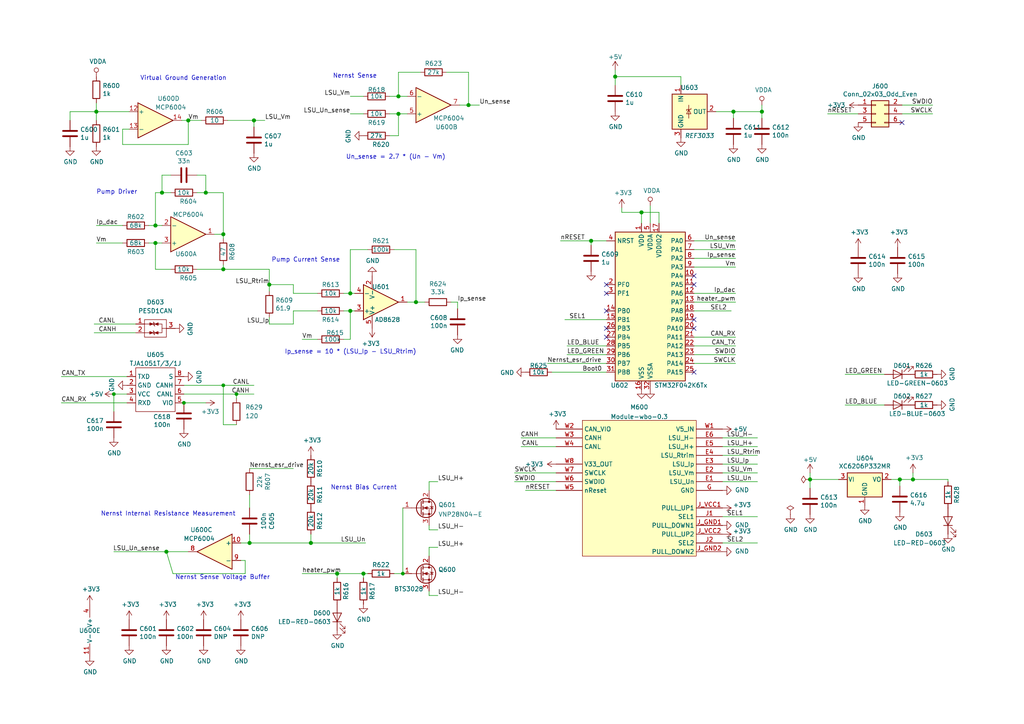
<source format=kicad_sch>
(kicad_sch (version 20211123) (generator eeschema)
  (paper "A4")
  (title_block (title "WBO") (date "2021-09-28") (rev "0.3") (company "rusefi.com"))
  (junction (at 135.89 30.48) (diameter 1.016))
  (junction (at 220.98 32.385) (diameter 1.016))
  (junction (at 171.45 69.85) (diameter 1.016))
  (junction (at 54.61 34.925) (diameter 1.016))
  (junction (at 234.95 139.065) (diameter 1.016))
  (junction (at 115.57 33.02) (diameter 1.016))
  (junction (at 64.77 111.76))
  (junction (at 72.39 157.48) (diameter 1.016))
  (junction (at 90.17 157.48) (diameter 1.016))
  (junction (at 101.6 85.09) (diameter 1.016))
  (junction (at 260.985 139.065) (diameter 1.016))
  (junction (at 116.84 166.37))
  (junction (at 264.795 139.065) (diameter 1.016))
  (junction (at 27.94 32.385) (diameter 1.016))
  (junction (at 33.02 114.3))
  (junction (at 48.26 160.02) (diameter 1.016))
  (junction (at 97.79 166.37) (diameter 1.016))
  (junction (at 178.435 22.225) (diameter 1.016))
  (junction (at 73.66 34.925) (diameter 1.016))
  (junction (at 64.77 78.105) (diameter 1.016))
  (junction (at 115.57 27.94) (diameter 1.016))
  (junction (at 78.105 82.55) (diameter 1.016))
  (junction (at 105.41 166.37) (diameter 1.016))
  (junction (at 101.6 90.17) (diameter 1.016))
  (junction (at 45.085 65.405) (diameter 1.016))
  (junction (at 46.99 55.88) (diameter 1.016))
  (junction (at 59.69 55.88) (diameter 1.016))
  (junction (at 68.58 114.3))
  (junction (at 186.055 61.595) (diameter 1.016))
  (junction (at 212.725 32.385) (diameter 1.016))
  (junction (at 120.65 87.63) (diameter 1.016))
  (junction (at 53.34 116.84))
  (junction (at 45.085 70.485) (diameter 1.016))
  (junction (at 64.77 67.945) (diameter 1.016))
  (no_connect (at 175.895 95.25))
  (no_connect (at 175.895 97.79))
  (no_connect (at 201.295 107.95))
  (no_connect (at 175.895 82.55))
  (no_connect (at 201.295 92.71))
  (no_connect (at 201.295 95.25))
  (no_connect (at 175.895 90.17))
  (no_connect (at 261.62 35.56))
  (no_connect (at 201.295 82.55))
  (no_connect (at 175.895 85.09))
  (no_connect (at 201.295 80.01))
  (wire (pts (xy 64.77 123.19) (xy 64.77 111.76)))
  (wire (pts (xy 73.66 114.3) (xy 68.58 114.3)))
  (wire (pts (xy 113.03 33.02) (xy 115.57 33.02)))
  (wire (pts (xy 87.63 98.425) (xy 92.075 98.425)))
  (wire (pts (xy 191.135 61.595) (xy 191.135 64.77)))
  (wire (pts (xy 213.36 77.47) (xy 201.295 77.47)))
  (wire (pts (xy 220.98 32.385) (xy 220.98 34.29)))
  (wire (pts (xy 27.305 93.98) (xy 39.37 93.98)))
  (wire (pts (xy 124.46 153.67) (xy 127 153.67)))
  (wire (pts (xy 164.465 102.87) (xy 175.895 102.87)))
  (wire (pts (xy 264.795 139.065) (xy 260.985 139.065)))
  (wire (pts (xy 48.26 160.02) (xy 50.165 166.37)))
  (wire (pts (xy 163.83 92.71) (xy 175.895 92.71)))
  (wire (pts (xy 76.835 34.925) (xy 73.66 34.925)))
  (wire (pts (xy 213.36 85.09) (xy 201.295 85.09)))
  (wire (pts (xy 46.99 55.88) (xy 49.53 55.88)))
  (wire (pts (xy 101.6 27.94) (xy 105.41 27.94)))
  (wire (pts (xy 99.695 98.425) (xy 101.6 98.425)))
  (wire (pts (xy 64.77 111.76) (xy 73.66 111.76)))
  (wire (pts (xy 264.795 139.065) (xy 274.955 139.065)))
  (wire (pts (xy 264.795 137.16) (xy 264.795 139.065)))
  (wire (pts (xy 20.32 32.385) (xy 27.94 32.385)))
  (wire (pts (xy 270.51 33.02) (xy 261.62 33.02)))
  (wire (pts (xy 45.085 65.405) (xy 46.99 65.405)))
  (wire (pts (xy 139.065 30.48) (xy 135.89 30.48)))
  (wire (pts (xy 85.09 82.55) (xy 85.09 85.09)))
  (wire (pts (xy 171.45 69.85) (xy 162.56 69.85)))
  (wire (pts (xy 35.56 41.91) (xy 54.61 41.91)))
  (wire (pts (xy 68.58 114.3) (xy 68.58 115.57)))
  (wire (pts (xy 64.77 78.105) (xy 78.105 78.105)))
  (wire (pts (xy 72.39 157.48) (xy 90.17 157.48)))
  (wire (pts (xy 99.695 85.09) (xy 101.6 85.09)))
  (wire (pts (xy 20.32 34.925) (xy 20.32 32.385)))
  (wire (pts (xy 209.55 139.7) (xy 219.71 139.7)))
  (wire (pts (xy 72.39 147.32) (xy 72.39 143.51)))
  (wire (pts (xy 78.105 82.55) (xy 85.09 82.55)))
  (wire (pts (xy 33.02 114.3) (xy 33.02 119.38)))
  (wire (pts (xy 124.46 152.4) (xy 124.46 153.67)))
  (wire (pts (xy 180.34 61.595) (xy 180.34 60.325)))
  (wire (pts (xy 106.68 72.39) (xy 101.6 72.39)))
  (wire (pts (xy 114.3 72.39) (xy 120.65 72.39)))
  (wire (pts (xy 85.09 135.89) (xy 72.39 135.89)))
  (wire (pts (xy 220.98 30.48) (xy 220.98 32.385)))
  (wire (pts (xy 49.53 50.8) (xy 46.99 50.8)))
  (wire (pts (xy 17.78 116.84) (xy 36.83 116.84)))
  (wire (pts (xy 64.77 55.88) (xy 64.77 67.945)))
  (wire (pts (xy 78.105 84.455) (xy 78.105 82.55)))
  (wire (pts (xy 180.34 61.595) (xy 186.055 61.595)))
  (wire (pts (xy 64.77 78.105) (xy 64.77 76.835)))
  (wire (pts (xy 27.94 29.845) (xy 27.94 32.385)))
  (wire (pts (xy 90.17 154.94) (xy 90.17 157.48)))
  (wire (pts (xy 245.11 108.585) (xy 256.54 108.585)))
  (wire (pts (xy 106.68 166.37) (xy 105.41 166.37)))
  (wire (pts (xy 116.84 166.37) (xy 114.3 166.37)))
  (wire (pts (xy 69.85 157.48) (xy 72.39 157.48)))
  (wire (pts (xy 240.03 33.02) (xy 248.92 33.02)))
  (wire (pts (xy 124.46 171.45) (xy 124.46 172.72)))
  (wire (pts (xy 124.46 172.72) (xy 127 172.72)))
  (wire (pts (xy 68.58 123.19) (xy 64.77 123.19)))
  (wire (pts (xy 99.695 90.17) (xy 101.6 90.17)))
  (wire (pts (xy 64.77 69.215) (xy 64.77 67.945)))
  (wire (pts (xy 213.36 97.79) (xy 201.295 97.79)))
  (wire (pts (xy 59.69 55.88) (xy 64.77 55.88)))
  (wire (pts (xy 209.55 127) (xy 219.71 127)))
  (wire (pts (xy 73.66 36.83) (xy 73.66 34.925)))
  (wire (pts (xy 50.165 166.37) (xy 71.12 166.37)))
  (wire (pts (xy 116.84 147.32) (xy 116.84 166.37)))
  (wire (pts (xy 33.02 114.3) (xy 36.83 114.3)))
  (wire (pts (xy 243.205 139.065) (xy 234.95 139.065)))
  (wire (pts (xy 201.295 102.87) (xy 213.36 102.87)))
  (wire (pts (xy 261.62 30.48) (xy 270.51 30.48)))
  (wire (pts (xy 135.89 20.955) (xy 135.89 30.48)))
  (wire (pts (xy 57.15 55.88) (xy 59.69 55.88)))
  (wire (pts (xy 245.11 117.475) (xy 256.54 117.475)))
  (wire (pts (xy 120.65 87.63) (xy 123.19 87.63)))
  (wire (pts (xy 115.57 39.37) (xy 113.03 39.37)))
  (wire (pts (xy 64.77 67.945) (xy 62.23 67.945)))
  (wire (pts (xy 132.715 87.63) (xy 130.81 87.63)))
  (wire (pts (xy 54.61 41.91) (xy 54.61 34.925)))
  (wire (pts (xy 209.55 149.86) (xy 219.71 149.86)))
  (wire (pts (xy 59.69 116.84) (xy 53.34 116.84)))
  (wire (pts (xy 45.085 55.88) (xy 46.99 55.88)))
  (wire (pts (xy 71.12 166.37) (xy 71.12 162.56)))
  (wire (pts (xy 115.57 33.02) (xy 118.11 33.02)))
  (wire (pts (xy 27.305 96.52) (xy 39.37 96.52)))
  (wire (pts (xy 46.99 50.8) (xy 46.99 55.88)))
  (wire (pts (xy 209.55 132.08) (xy 219.71 132.08)))
  (wire (pts (xy 197.485 22.225) (xy 178.435 22.225)))
  (wire (pts (xy 105.41 166.37) (xy 105.41 167.64)))
  (wire (pts (xy 54.61 34.925) (xy 52.705 34.925)))
  (wire (pts (xy 118.11 27.94) (xy 115.57 27.94)))
  (wire (pts (xy 186.055 64.77) (xy 186.055 61.595)))
  (wire (pts (xy 45.085 78.105) (xy 45.085 70.485)))
  (wire (pts (xy 101.6 90.17) (xy 101.6 98.425)))
  (wire (pts (xy 45.085 55.88) (xy 45.085 65.405)))
  (wire (pts (xy 27.94 70.485) (xy 35.56 70.485)))
  (wire (pts (xy 27.94 65.405) (xy 35.56 65.405)))
  (wire (pts (xy 161.29 139.7) (xy 149.225 139.7)))
  (wire (pts (xy 37.465 37.465) (xy 35.56 37.465)))
  (wire (pts (xy 72.39 157.48) (xy 72.39 154.94)))
  (wire (pts (xy 213.36 72.39) (xy 201.295 72.39)))
  (wire (pts (xy 207.645 32.385) (xy 212.725 32.385)))
  (wire (pts (xy 209.55 134.62) (xy 219.71 134.62)))
  (wire (pts (xy 178.435 24.765) (xy 178.435 22.225)))
  (wire (pts (xy 27.94 32.385) (xy 37.465 32.385)))
  (wire (pts (xy 178.435 22.225) (xy 178.435 20.32)))
  (wire (pts (xy 124.46 139.7) (xy 127 139.7)))
  (wire (pts (xy 78.105 78.105) (xy 78.105 82.55)))
  (wire (pts (xy 97.79 167.64) (xy 97.79 166.37)))
  (wire (pts (xy 149.225 137.16) (xy 161.29 137.16)))
  (wire (pts (xy 53.34 111.76) (xy 64.77 111.76)))
  (wire (pts (xy 234.95 137.16) (xy 234.95 139.065)))
  (wire (pts (xy 120.65 87.63) (xy 118.11 87.63)))
  (wire (pts (xy 73.66 34.925) (xy 66.04 34.925)))
  (wire (pts (xy 161.29 129.54) (xy 151.13 129.54)))
  (wire (pts (xy 92.075 90.17) (xy 85.09 90.17)))
  (wire (pts (xy 160.02 107.95) (xy 175.895 107.95)))
  (wire (pts (xy 201.295 90.17) (xy 212.09 90.17)))
  (wire (pts (xy 186.055 61.595) (xy 191.135 61.595)))
  (wire (pts (xy 27.94 32.385) (xy 27.94 34.925)))
  (wire (pts (xy 17.78 109.22) (xy 36.83 109.22)))
  (wire (pts (xy 201.295 74.93) (xy 213.36 74.93)))
  (wire (pts (xy 85.09 93.98) (xy 78.105 93.98)))
  (wire (pts (xy 120.65 72.39) (xy 120.65 87.63)))
  (wire (pts (xy 101.6 33.02) (xy 105.41 33.02)))
  (wire (pts (xy 35.56 37.465) (xy 35.56 41.91)))
  (wire (pts (xy 161.29 127) (xy 151.13 127)))
  (wire (pts (xy 85.09 90.17) (xy 85.09 93.98)))
  (wire (pts (xy 209.55 137.16) (xy 219.71 137.16)))
  (wire (pts (xy 33.02 160.02) (xy 48.26 160.02)))
  (wire (pts (xy 171.45 71.12) (xy 171.45 69.85)))
  (wire (pts (xy 53.34 114.3) (xy 68.58 114.3)))
  (wire (pts (xy 57.15 50.8) (xy 59.69 50.8)))
  (wire (pts (xy 124.46 142.24) (xy 124.46 139.7)))
  (wire (pts (xy 132.715 89.535) (xy 132.715 87.63)))
  (wire (pts (xy 209.55 157.48) (xy 219.71 157.48)))
  (wire (pts (xy 71.12 162.56) (xy 69.85 162.56)))
  (wire (pts (xy 129.54 20.955) (xy 135.89 20.955)))
  (wire (pts (xy 152.4 142.24) (xy 161.29 142.24)))
  (wire (pts (xy 188.595 64.77) (xy 188.595 59.69)))
  (wire (pts (xy 158.75 105.41) (xy 175.895 105.41)))
  (wire (pts (xy 175.895 69.85) (xy 171.45 69.85)))
  (wire (pts (xy 212.725 32.385) (xy 212.725 34.29)))
  (wire (pts (xy 213.36 105.41) (xy 201.295 105.41)))
  (wire (pts (xy 115.57 39.37) (xy 115.57 33.02)))
  (wire (pts (xy 49.53 78.105) (xy 45.085 78.105)))
  (wire (pts (xy 115.57 20.955) (xy 121.92 20.955)))
  (wire (pts (xy 87.63 166.37) (xy 97.79 166.37)))
  (wire (pts (xy 115.57 27.94) (xy 113.03 27.94)))
  (wire (pts (xy 85.09 85.09) (xy 92.075 85.09)))
  (wire (pts (xy 197.485 24.765) (xy 197.485 22.225)))
  (wire (pts (xy 58.42 34.925) (xy 54.61 34.925)))
  (wire (pts (xy 101.6 85.09) (xy 102.87 85.09)))
  (wire (pts (xy 101.6 90.17) (xy 102.87 90.17)))
  (wire (pts (xy 101.6 72.39) (xy 101.6 85.09)))
  (wire (pts (xy 201.295 100.33) (xy 213.36 100.33)))
  (wire (pts (xy 78.105 92.075) (xy 78.105 93.98)))
  (wire (pts (xy 164.465 100.33) (xy 175.895 100.33)))
  (wire (pts (xy 90.17 157.48) (xy 106.045 157.48)))
  (wire (pts (xy 124.46 158.75) (xy 127 158.75)))
  (wire (pts (xy 124.46 161.29) (xy 124.46 158.75)))
  (wire (pts (xy 135.89 30.48) (xy 133.35 30.48)))
  (wire (pts (xy 201.295 69.85) (xy 213.36 69.85)))
  (wire (pts (xy 234.95 139.065) (xy 234.95 141.605)))
  (wire (pts (xy 45.085 70.485) (xy 46.99 70.485)))
  (wire (pts (xy 213.36 87.63) (xy 201.295 87.63)))
  (wire (pts (xy 43.18 65.405) (xy 45.085 65.405)))
  (wire (pts (xy 59.69 50.8) (xy 59.69 55.88)))
  (wire (pts (xy 209.55 129.54) (xy 219.71 129.54)))
  (wire (pts (xy 260.985 140.97) (xy 260.985 139.065)))
  (wire (pts (xy 212.725 32.385) (xy 220.98 32.385)))
  (wire (pts (xy 57.15 78.105) (xy 64.77 78.105)))
  (wire (pts (xy 274.955 139.065) (xy 274.955 139.7)))
  (wire (pts (xy 97.79 166.37) (xy 105.41 166.37)))
  (wire (pts (xy 43.18 70.485) (xy 45.085 70.485)))
  (wire (pts (xy 48.26 160.02) (xy 54.61 160.02)))
  (wire (pts (xy 115.57 27.94) (xy 115.57 20.955)))
  (wire (pts (xy 260.985 139.065) (xy 258.445 139.065)))
  (text "Nernst Sense" (at 96.52 22.86 0) (effects (font (size 1.27 1.27)) (justify left bottom)))
  (text "Pump Driver" (at 27.94 56.515 0) (effects (font (size 1.27 1.27)) (justify left bottom)))
  (text "Virtual Ground Generation" (at 40.64 23.495 0) (effects (font (size 1.27 1.27)) (justify left bottom)))
  (text "Nernst Internal Resistance Measurement" (at 29.21 149.86 0) (effects (font (size 1.27 1.27)) (justify left bottom)))
  (text "Nernst Bias Current" (at 95.885 142.24 0) (effects (font (size 1.27 1.27)) (justify left bottom)))
  (text "Nernst Sense Voltage Buffer" (at 50.8 168.275 0) (effects (font (size 1.27 1.27)) (justify left bottom)))
  (text "Un_sense = 2.7 * (Un - Vm)" (at 100.33 46.355 0) (effects (font (size 1.27 1.27)) (justify left bottom)))
  (text "Pump Current Sense" (at 78.74 76.2 0) (effects (font (size 1.27 1.27)) (justify left bottom)))
  (text "Ip_sense = 10 * (LSU_Ip - LSU_Rtrim)" (at 82.55 102.87 0) (effects (font (size 1.27 1.27)) (justify left bottom)))
  (label "LSU_H-" (at 127 153.67 0))
  (label "Nernst_esr_drive" (at 158.75 105.41 0))
  (label "LSU_Vm" (at 210.82 137.16 0))
  (label "LSU_Vm" (at 213.36 72.39 180))
  (label "LSU_Un" (at 210.82 139.7 0))
  (label "LSU_Vm" (at 101.6 27.94 180))
  (label "Vm" (at 27.94 70.485 0))
  (label "LSU_Ip" (at 78.105 93.98 180))
  (label "SWDIO" (at 149.225 139.7 0))
  (label "CANH" (at 72.39 114.3 180))
  (label "heater_pwm" (at 213.36 87.63 180))
  (label "LSU_Rtrim" (at 210.82 132.08 0))
  (label "Vm" (at 54.61 34.925 0))
  (label "LSU_H-" (at 210.82 127 0))
  (label "LSU_Un" (at 106.045 157.48 180))
  (label "LED_GREEN" (at 245.11 108.585 0))
  (label "nRESET" (at 162.56 69.85 0))
  (label "Vm" (at 87.63 98.425 0))
  (label "Nernst_esr_drive" (at 72.39 135.89 0))
  (label "nRESET" (at 240.03 33.02 0))
  (label "nRESET" (at 152.4 142.24 0))
  (label "LSU_Un_sense" (at 101.6 33.02 180))
  (label "LED_BLUE" (at 164.465 100.33 0))
  (label "Boot0" (at 168.91 107.95 0))
  (label "LSU_Vm" (at 76.835 34.925 0))
  (label "Vm" (at 213.36 77.47 180))
  (label "CAN_TX" (at 213.36 100.33 180))
  (label "Un_sense" (at 139.065 30.48 0))
  (label "LSU_Rtrim" (at 78.105 82.55 180))
  (label "Un_sense" (at 213.36 69.85 180))
  (label "CANH" (at 28.575 96.52 0))
  (label "Ip_sense" (at 132.715 87.63 0))
  (label "LSU_Ip" (at 210.82 134.62 0))
  (label "SWCLK" (at 149.225 137.16 0))
  (label "CANL" (at 28.575 93.98 0))
  (label "Ip_dac" (at 213.36 85.09 180))
  (label "Ip_sense" (at 213.36 74.93 180))
  (label "LED_BLUE" (at 245.11 117.475 0))
  (label "CAN_TX" (at 17.78 109.22 0))
  (label "SWDIO" (at 213.36 102.87 180))
  (label "Ip_dac" (at 27.94 65.405 0))
  (label "LSU_Un_sense" (at 46.355 160.02 180))
  (label "SWCLK" (at 213.36 105.41 180))
  (label "SEL1" (at 165.1 92.71 0))
  (label "LSU_H+" (at 210.82 129.54 0))
  (label "SEL1" (at 210.82 149.86 0))
  (label "heater_pwm" (at 87.63 166.37 0))
  (label "SWDIO" (at 270.51 30.48 180))
  (label "CANH" (at 156.21 127 180))
  (label "CANL" (at 72.39 111.76 180))
  (label "CAN_RX" (at 17.78 116.84 0))
  (label "CANL" (at 156.21 129.54 180))
  (label "CAN_RX" (at 213.36 97.79 180))
  (label "SEL2" (at 210.82 157.48 0))
  (label "LSU_H-" (at 127 172.72 0))
  (label "SWCLK" (at 270.51 33.02 180))
  (label "LSU_H+" (at 127 158.75 0))
  (label "LSU_H+" (at 127 139.7 0))
  (label "LED_GREEN" (at 164.465 102.87 0))
  (label "SEL2" (at 210.82 90.17 180))
  (symbol (lib_id "hellen1-wbo-rescue:R-Device") (at 109.22 33.02 90) (unit 1)
    (property "Reference" "R619" (at 109.22 35.56 90))
    (property "Value" "10k" (at 109.22 33.02 90))
    (property "Footprint" "Resistor_SMD:R_0402_1005Metric" (effects hide))
    (property "LCSC" "C25744" (effects hide))
  )
  (symbol (lib_id "hellen1-wbo-rescue:R-Device") (at 109.22 27.94 90) (unit 1)
    (property "Reference" "R618" (at 109.22 26.035 90))
    (property "Value" "10k" (at 109.22 27.94 90))
    (property "Footprint" "Resistor_SMD:R_0402_1005Metric" (effects hide))
    (property "LCSC" "C25744" (effects hide))
  )
  (symbol (lib_id "hellen1-wbo-rescue:R-Device") (at 125.73 20.955 90) (unit 1)
    (property "Reference" "R623" (at 125.73 18.415 90))
    (property "Value" "27k" (at 125.73 20.955 90))
    (property "Footprint" "Resistor_SMD:R_0402_1005Metric" (effects hide))
    (property "LCSC" "C25771" (effects hide))
  )
  (symbol (lib_id "hellen1-wbo-rescue:R-Device") (at 109.22 39.37 270) (unit 1)
    (property "Reference" "R620" (at 107.95 41.91 90) (effects (justify left)))
    (property "Value" "27k" (at 107.315 39.37 90) (effects (justify left)))
    (property "Footprint" "Resistor_SMD:R_0402_1005Metric" (effects hide))
    (property "LCSC" "C25771" (effects hide))
  )
  (symbol (lib_id "hellen1-wbo-rescue:GND-power") (at 105.41 39.37 270) (unit 1)
    (property "Reference" "#PWR0616" (effects hide))
    (property "Value" "GND" (at 101.0158 39.497 0))
  )
  (symbol (lib_id "hellen1-wbo-rescue:R-Device") (at 78.105 88.265 0) (unit 1)
    (property "Reference" "R609" (at 79.883 87.0966 0) (effects (justify left)))
    (property "Value" "61.9" (at 79.883 89.408 0) (effects (justify left)))
    (property "Footprint" "Resistor_SMD:R_0603_1608Metric" (effects hide))
    (property "LCSC" "C23092" (effects hide))
  )
  (symbol (lib_id "hellen1-wbo-rescue:R-Device") (at 27.94 26.035 0) (unit 1)
    (property "Reference" "R600" (at 29.718 24.8666 0) (effects (justify left)))
    (property "Value" "1k" (at 29.718 27.178 0) (effects (justify left)))
    (property "Footprint" "Resistor_SMD:R_0402_1005Metric" (effects hide))
    (property "LCSC" "C11702" (effects hide))
  )
  (symbol (lib_id "hellen1-wbo-rescue:R-Device") (at 27.94 38.735 0) (unit 1)
    (property "Reference" "R601" (at 29.718 37.5666 0) (effects (justify left)))
    (property "Value" "1k" (at 29.718 39.878 0) (effects (justify left)))
    (property "Footprint" "Resistor_SMD:R_0402_1005Metric" (effects hide))
    (property "LCSC" "C11702" (effects hide))
  )
  (symbol (lib_id "hellen1-wbo-rescue:GND-power") (at 27.94 42.545 0) (unit 1)
    (property "Reference" "#PWR0604" (effects hide))
    (property "Value" "GND" (at 28.067 46.9392 0))
  )
  (symbol (lib_id "hellen1-wbo-rescue:C-Device") (at 20.32 38.735 0) (unit 1)
    (property "Reference" "C600" (at 23.241 37.5666 0) (effects (justify left)))
    (property "Value" "1u" (at 23.241 39.878 0) (effects (justify left)))
    (property "Footprint" "Capacitor_SMD:C_0402_1005Metric" (effects hide))
    (property "LCSC" "C52923" (effects hide))
  )
  (symbol (lib_id "hellen1-wbo-rescue:GND-power") (at 20.32 42.545 0) (unit 1)
    (property "Reference" "#PWR0600" (effects hide))
    (property "Value" "GND" (at 20.447 46.9392 0))
  )
  (symbol (lib_id "hellen1-wbo-rescue:C-Device") (at 72.39 151.13 180) (unit 1)
    (property "Reference" "C605" (at 78.7908 151.13 90))
    (property "Value" "100n" (at 76.4794 151.13 90))
    (property "Footprint" "Capacitor_SMD:C_0402_1005Metric" (effects hide))
    (property "LCSC" "C1525" (effects hide))
  )
  (symbol (lib_id "hellen1-wbo-rescue:R-Device") (at 72.39 139.7 180) (unit 1)
    (property "Reference" "R607" (at 77.6478 139.7 90))
    (property "Value" "22k" (at 75.3364 139.7 90))
    (property "Footprint" "Resistor_SMD:R_0402_1005Metric" (effects hide))
    (property "LCSC" "C25768" (effects hide))
  )
  (symbol (lib_id "hellen1-wbo-rescue:R-Device") (at 95.885 85.09 270) (unit 1)
    (property "Reference" "R613" (at 95.885 82.55 90))
    (property "Value" "10k" (at 95.885 85.09 90))
    (property "Footprint" "Resistor_SMD:R_0402_1005Metric" (effects hide))
    (property "LCSC" "C25744" (effects hide))
  )
  (symbol (lib_id "hellen1-wbo-rescue:R-Device") (at 95.885 90.17 270) (unit 1)
    (property "Reference" "R614" (at 95.885 92.71 90))
    (property "Value" "10k" (at 95.885 90.17 90))
    (property "Footprint" "Resistor_SMD:R_0402_1005Metric" (effects hide))
    (property "LCSC" "C25744" (effects hide))
  )
  (symbol (lib_id "hellen1-wbo-rescue:R-Device") (at 95.885 98.425 270) (unit 1)
    (property "Reference" "R615" (at 94.615 96.52 90) (effects (justify left)))
    (property "Value" "100k" (at 93.98 98.425 90) (effects (justify left)))
    (property "Footprint" "Resistor_SMD:R_0402_1005Metric" (effects hide))
    (property "LCSC" "C25741" (effects hide))
  )
  (symbol (lib_id "hellen1-wbo-rescue:R-Device") (at 62.23 34.925 270) (unit 1)
    (property "Reference" "R606" (at 62.23 32.385 90))
    (property "Value" "10" (at 62.23 34.925 90))
    (property "Footprint" "Resistor_SMD:R_0402_1005Metric" (effects hide))
    (property "LCSC" "C25077" (effects hide))
  )
  (symbol (lib_id "hellen1-wbo-rescue:R-Device") (at 110.49 72.39 270) (unit 1)
    (property "Reference" "R621" (at 110.49 69.85 90))
    (property "Value" "100k" (at 110.49 72.39 90))
    (property "Footprint" "Resistor_SMD:R_0402_1005Metric" (effects hide))
    (property "LCSC" "C25741" (effects hide))
  )
  (symbol (lib_id "hellen1-wbo-rescue:R-Device") (at 64.77 73.025 180) (unit 1)
    (property "Reference" "R608" (at 67.31 73.025 90))
    (property "Value" "47" (at 64.77 73.025 90))
    (property "Footprint" "Resistor_SMD:R_0402_1005Metric" (effects hide))
    (property "LCSC" "C25118" (effects hide))
  )
  (symbol (lib_id "hellen1-wbo-rescue:C-Device") (at 73.66 40.64 0) (unit 1)
    (property "Reference" "C607" (at 76.581 39.4716 0) (effects (justify left)))
    (property "Value" "1u" (at 76.581 41.783 0) (effects (justify left)))
    (property "Footprint" "Capacitor_SMD:C_0402_1005Metric" (effects hide))
    (property "LCSC" "C52923" (effects hide))
  )
  (symbol (lib_id "hellen1-wbo-rescue:GND-power") (at 73.66 44.45 0) (unit 1)
    (property "Reference" "#PWR0613" (effects hide))
    (property "Value" "GND" (at 73.787 48.8442 0))
  )
  (symbol (lib_id "hellen1-wbo-rescue:C-Device") (at 234.95 145.415 0) (unit 1)
    (property "Reference" "C613" (at 237.871 144.2466 0) (effects (justify left)))
    (property "Value" "100n" (at 237.871 146.558 0) (effects (justify left)))
    (property "Footprint" "Capacitor_SMD:C_0402_1005Metric" (effects hide))
    (property "LCSC" "C1525" (effects hide))
  )
  (symbol (lib_id "hellen1-wbo-rescue:GND-power") (at 234.95 149.225 0) (unit 1)
    (property "Reference" "#PWR0637" (effects hide))
    (property "Value" "GND" (at 235.077 153.6192 0))
  )
  (symbol (lib_id "hellen1-wbo-rescue:+5V-power") (at 234.95 137.16 0) (unit 1)
    (property "Reference" "#PWR0636" (effects hide))
    (property "Value" "+5V" (at 234.95 133.35 0))
  )
  (symbol (lib_id "hellen1-wbo-rescue:XC6206PxxxMR-Regulator_Linear") (at 250.825 139.065 0) (unit 1)
    (property "Reference" "U604" (at 250.825 132.9182 0))
    (property "Value" "XC6206P332MR" (at 250.825 135.2296 0))
    (property "Footprint" "Package_TO_SOT_SMD:SOT-23" (effects hide))
    (property "Datasheet" "https://www.torexsemi.com/file/xc6206/XC6206.pdf" (effects hide))
    (property "LCSC" "C5446" (effects hide))
  )
  (symbol (lib_id "hellen1-wbo-rescue:GND-power") (at 250.825 146.685 0) (unit 1)
    (property "Reference" "#PWR0642" (effects hide))
    (property "Value" "GND" (at 250.952 151.0792 0))
  )
  (symbol (lib_id "hellen1-wbo-rescue:C-Device") (at 260.985 144.78 0) (unit 1)
    (property "Reference" "C616" (at 263.906 143.6116 0) (effects (justify left)))
    (property "Value" "4.7u" (at 263.906 145.923 0) (effects (justify left)))
    (property "Footprint" "Capacitor_SMD:C_0603_1608Metric" (effects hide))
    (property "LCSC" "C19666" (effects hide))
  )
  (symbol (lib_id "hellen1-wbo-rescue:GND-power") (at 260.985 148.59 0) (unit 1)
    (property "Reference" "#PWR0645" (effects hide))
    (property "Value" "GND" (at 261.112 152.9842 0))
  )
  (symbol (lib_id "hellen1-wbo-rescue:+3.3V-power") (at 264.795 137.16 0) (unit 1)
    (property "Reference" "#PWR0646" (effects hide))
    (property "Value" "+3.3V" (at 265.176 132.7658 0))
  )
  (symbol (lib_id "hellen1-wbo-rescue:R-Device") (at 90.17 151.13 180) (unit 1)
    (property "Reference" "R612" (at 92.71 151.13 90))
    (property "Value" "20k" (at 90.17 151.13 90))
    (property "Footprint" "Resistor_SMD:R_0402_1005Metric" (effects hide))
    (property "LCSC" "C25765" (effects hide))
  )
  (symbol (lib_id "hellen1-wbo-rescue:R-Device") (at 53.34 55.88 270) (unit 1)
    (property "Reference" "R604" (at 52.07 58.42 90) (effects (justify left)))
    (property "Value" "10k" (at 51.435 55.88 90) (effects (justify left)))
    (property "Footprint" "Resistor_SMD:R_0402_1005Metric" (effects hide))
    (property "LCSC" "C25744" (effects hide))
  )
  (symbol (lib_id "hellen1-wbo-rescue:R-Device") (at 53.34 78.105 270) (unit 1)
    (property "Reference" "R605" (at 52.07 80.645 90) (effects (justify left)))
    (property "Value" "10k" (at 51.435 78.105 90) (effects (justify left)))
    (property "Footprint" "Resistor_SMD:R_0402_1005Metric" (effects hide))
    (property "LCSC" "C25744" (effects hide))
  )
  (symbol (lib_id "hellen1-wbo-rescue:R-Device") (at 39.37 70.485 270) (unit 1)
    (property "Reference" "R603" (at 39.37 73.025 90))
    (property "Value" "68k" (at 39.37 70.485 90))
    (property "Footprint" "Resistor_SMD:R_0402_1005Metric" (effects hide))
    (property "LCSC" "C36871" (effects hide))
  )
  (symbol (lib_id "hellen1-wbo-rescue:R-Device") (at 39.37 65.405 90) (unit 1)
    (property "Reference" "R602" (at 39.37 62.865 90))
    (property "Value" "68k" (at 39.37 65.405 90))
    (property "Footprint" "Resistor_SMD:R_0402_1005Metric" (effects hide))
    (property "LCSC" "C36871" (effects hide))
  )
  (symbol (lib_id "hellen1-wbo-rescue:MCP6004-Amplifier_Operational") (at 125.73 30.48 0) (mirror x) (unit 2)
    (property "Reference" "U600" (at 129.54 36.83 0))
    (property "Value" "MCP6004" (at 130.175 34.29 0))
    (property "Footprint" "Package_SO:TSSOP-14_4.4x5mm_P0.65mm" (effects hide))
    (property "Datasheet" "http://ww1.microchip.com/downloads/en/DeviceDoc/21733j.pdf" (effects hide))
    (property "LCSC" "C50282" (effects hide))
  )
  (symbol (lib_id "hellen1-wbo-rescue:MCP6004-Amplifier_Operational") (at 54.61 67.945 0) (mirror x) (unit 1)
    (property "Reference" "U600" (at 53.975 73.66 0))
    (property "Value" "MCP6004" (at 54.61 62.23 0))
    (property "Footprint" "Package_SO:TSSOP-14_4.4x5mm_P0.65mm" (effects hide))
    (property "Datasheet" "http://ww1.microchip.com/downloads/en/DeviceDoc/21733j.pdf" (effects hide))
    (property "LCSC" "C50282" (effects hide))
  )
  (symbol (lib_id "hellen1-wbo-rescue:MCP6004-Amplifier_Operational") (at 62.23 160.02 0) (mirror y) (unit 3)
    (property "Reference" "U600" (at 58.42 153.67 0))
    (property "Value" "MCP6004" (at 57.785 156.21 0))
    (property "Footprint" "Package_SO:TSSOP-14_4.4x5mm_P0.65mm" (effects hide))
    (property "Datasheet" "http://ww1.microchip.com/downloads/en/DeviceDoc/21733j.pdf" (effects hide))
    (property "LCSC" "C50282" (effects hide))
  )
  (symbol (lib_id "hellen1-wbo-rescue:MCP6004-Amplifier_Operational") (at 45.085 34.925 0) (unit 4)
    (property "Reference" "U600" (at 48.895 28.575 0))
    (property "Value" "MCP6004" (at 49.53 31.115 0))
    (property "Footprint" "Package_SO:TSSOP-14_4.4x5mm_P0.65mm" (effects hide))
    (property "Datasheet" "http://ww1.microchip.com/downloads/en/DeviceDoc/21733j.pdf" (effects hide))
    (property "LCSC" "C50282" (effects hide))
  )
  (symbol (lib_id "hellen1-wbo-rescue:C-Device") (at 53.34 50.8 270) (unit 1)
    (property "Reference" "C603" (at 53.34 44.3992 90))
    (property "Value" "33n" (at 53.34 46.7106 90))
    (property "Footprint" "Capacitor_SMD:C_0402_1005Metric" (effects hide))
    (property "LCSC" "C1585" (effects hide))
  )
  (symbol (lib_id "hellen1-wbo-rescue:+3.3V-power") (at 180.34 60.325 0) (unit 1)
    (property "Reference" "#PWR0625" (effects hide))
    (property "Value" "+3.3V" (at 180.721 55.9308 0))
  )
  (symbol (lib_id "hellen1-wbo-rescue:C-Device") (at 212.725 38.1 0) (unit 1)
    (property "Reference" "C611" (at 215.646 36.9316 0) (effects (justify left)))
    (property "Value" "1u" (at 215.646 39.243 0) (effects (justify left)))
    (property "Footprint" "Capacitor_SMD:C_0402_1005Metric" (effects hide))
    (property "LCSC" "C52923" (effects hide))
  )
  (symbol (lib_id "hellen1-wbo-rescue:C-Device") (at 220.98 38.1 0) (unit 1)
    (property "Reference" "C612" (at 223.901 36.9316 0) (effects (justify left)))
    (property "Value" "100n" (at 223.901 39.243 0) (effects (justify left)))
    (property "Footprint" "Capacitor_SMD:C_0402_1005Metric" (effects hide))
    (property "LCSC" "C1525" (effects hide))
  )
  (symbol (lib_id "hellen1-wbo-rescue:GND-power") (at 212.725 41.91 0) (unit 1)
    (property "Reference" "#PWR0632" (effects hide))
    (property "Value" "GND" (at 212.852 46.3042 0))
  )
  (symbol (lib_id "hellen1-wbo-rescue:GND-power") (at 220.98 41.91 0) (unit 1)
    (property "Reference" "#PWR0634" (effects hide))
    (property "Value" "GND" (at 221.107 46.3042 0))
  )
  (symbol (lib_id "hellen1-wbo-rescue:+3.3V-power") (at 90.17 132.08 0) (unit 1)
    (property "Reference" "#PWR0614" (effects hide))
    (property "Value" "+3.3V" (at 90.551 127.6858 0))
  )
  (symbol (lib_id "hellen1-wbo-rescue:MCP6004-Amplifier_Operational") (at 28.575 182.88 0) (unit 5)
    (property "Reference" "U600" (at 26.035 182.88 0))
    (property "Value" "MCP6004" (effects hide))
    (property "Footprint" "Package_SO:TSSOP-14_4.4x5mm_P0.65mm" (effects hide))
    (property "Datasheet" "http://ww1.microchip.com/downloads/en/DeviceDoc/21733j.pdf" (effects hide))
    (property "LCSC" "C50282" (effects hide))
  )
  (symbol (lib_id "hellen1-wbo-rescue:GND-power") (at 26.035 190.5 0) (unit 1)
    (property "Reference" "#PWR0602" (effects hide))
    (property "Value" "GND" (at 26.162 194.8942 0))
  )
  (symbol (lib_id "hellen1-wbo-rescue:+3.3V-power") (at 107.95 95.25 180) (unit 1)
    (property "Reference" "#PWR0619" (effects hide))
    (property "Value" "+3.3V" (at 107.569 99.6442 0))
  )
  (symbol (lib_id "hellen1-wbo-rescue:+3.3V-power") (at 26.035 175.26 0) (unit 1)
    (property "Reference" "#PWR0601" (effects hide))
    (property "Value" "+3.3V" (at 26.416 170.8658 0))
  )
  (symbol (lib_id "hellen1-wbo-rescue:AD8603-Amplifier_Operational") (at 110.49 87.63 0) (mirror x) (unit 1)
    (property "Reference" "U601" (at 110.49 83.185 0))
    (property "Value" "AD8628" (at 112.395 92.71 0))
    (property "Footprint" "Package_TO_SOT_SMD:TSOT-23-5" (effects hide))
    (property "Datasheet" "https://www.analog.com/media/en/technical-documentation/data-sheets/AD8603_8607_8609.pdf" (effects hide))
    (property "LCSC" "C29309" (effects hide))
  )
  (symbol (lib_id "hellen1-wbo-rescue:GND-power") (at 107.95 80.01 0) (mirror x) (unit 1)
    (property "Reference" "#PWR0618" (effects hide))
    (property "Value" "GND" (at 108.077 75.6158 0))
  )
  (symbol (lib_id "hellen1-wbo-rescue:LED-Device") (at 260.35 117.475 180) (unit 1)
    (property "Reference" "D602" (at 259.08 114.935 0) (effects (justify right)))
    (property "Value" "LED-BLUE-0603" (at 257.81 120.015 0) (effects (justify right)))
    (property "Footprint" "LED_SMD:LED_0603_1608Metric" (effects hide))
    (property "LCSC" "C72041" (effects hide))
  )
  (symbol (lib_id "hellen1-wbo-rescue:R-Device") (at 267.97 117.475 270) (unit 1)
    (property "Reference" "R627" (at 267.97 114.935 90))
    (property "Value" "1k" (at 267.97 117.475 90))
    (property "Footprint" "Resistor_SMD:R_0402_1005Metric" (effects hide))
    (property "LCSC" "C11702" (effects hide))
  )
  (symbol (lib_id "hellen1-wbo-rescue:GND-power") (at 271.78 117.475 90) (unit 1)
    (property "Reference" "#PWR0648" (effects hide))
    (property "Value" "GND" (at 276.1742 117.348 0))
  )
  (symbol (lib_id "hellen1-wbo-rescue:GND-power") (at 186.055 113.03 0) (unit 1)
    (property "Reference" "#PWR0626" (effects hide))
    (property "Value" "GND" (effects hide))
  )
  (symbol (lib_id "hellen1-wbo-rescue:GND-power") (at 188.595 113.03 0) (unit 1)
    (property "Reference" "#PWR0628" (effects hide))
    (property "Value" "GND" (effects hide))
  )
  (symbol (lib_id "hellen1-wbo-rescue:GND-power") (at 59.055 187.325 0) (unit 1)
    (property "Reference" "#PWR0610" (effects hide))
    (property "Value" "GND" (at 59.182 191.7192 0))
  )
  (symbol (lib_id "hellen1-wbo-rescue:+3.3V-power") (at 59.055 179.705 0) (unit 1)
    (property "Reference" "#PWR0609" (effects hide))
    (property "Value" "+3.3V" (at 59.436 175.3108 0))
  )
  (symbol (lib_id "hellen1-wbo-rescue:C-Device") (at 59.055 183.515 0) (unit 1)
    (property "Reference" "C604" (at 61.976 182.3466 0) (effects (justify left)))
    (property "Value" "DNP" (at 61.976 184.658 0) (effects (justify left)))
    (property "Footprint" "Capacitor_SMD:C_0402_1005Metric" (effects hide))
  )
  (symbol (lib_id "hellen1-wbo-rescue:GND-power") (at 69.85 187.325 0) (unit 1)
    (property "Reference" "#PWR0612" (effects hide))
    (property "Value" "GND" (at 69.977 191.7192 0))
  )
  (symbol (lib_id "hellen1-wbo-rescue:+3.3V-power") (at 69.85 179.705 0) (unit 1)
    (property "Reference" "#PWR0611" (effects hide))
    (property "Value" "+3.3V" (at 70.231 175.3108 0))
  )
  (symbol (lib_id "hellen1-wbo-rescue:C-Device") (at 69.85 183.515 0) (unit 1)
    (property "Reference" "C606" (at 72.771 182.3466 0) (effects (justify left)))
    (property "Value" "DNP" (at 72.771 184.658 0) (effects (justify left)))
    (property "Footprint" "Capacitor_SMD:C_0402_1005Metric" (effects hide))
  )
  (symbol (lib_id "hellen1-wbo-rescue:R-Device") (at 90.17 143.51 180) (unit 1)
    (property "Reference" "R611" (at 92.71 143.51 90))
    (property "Value" "20k" (at 90.17 143.51 90))
    (property "Footprint" "Resistor_SMD:R_0402_1005Metric" (effects hide))
    (property "LCSC" "C25765" (effects hide))
  )
  (symbol (lib_id "hellen1-wbo-rescue:LED-Device") (at 274.955 151.13 90) (unit 1)
    (property "Reference" "D603" (at 265.43 154.94 90) (effects (justify right)))
    (property "Value" "LED-RED-0603" (at 259.08 157.48 90) (effects (justify right)))
    (property "Footprint" "LED_SMD:LED_0603_1608Metric" (effects hide))
    (property "LCSC" "C2286" (effects hide))
  )
  (symbol (lib_id "hellen1-wbo-rescue:R-Device") (at 274.955 143.51 180) (unit 1)
    (property "Reference" "R628" (at 277.495 143.51 90))
    (property "Value" "1k" (at 274.955 143.51 90))
    (property "Footprint" "Resistor_SMD:R_0402_1005Metric" (effects hide))
    (property "LCSC" "C11702" (effects hide))
  )
  (symbol (lib_id "hellen1-wbo-rescue:GND-power") (at 274.955 154.94 0) (unit 1)
    (property "Reference" "#PWR0649" (effects hide))
    (property "Value" "GND" (at 275.082 159.3342 0))
  )
  (symbol (lib_id "hellen1-wbo-rescue:GND-power") (at 48.26 187.325 0) (unit 1)
    (property "Reference" "#PWR0608" (effects hide))
    (property "Value" "GND" (at 48.387 191.7192 0))
  )
  (symbol (lib_id "hellen1-wbo-rescue:+3.3V-power") (at 48.26 179.705 0) (unit 1)
    (property "Reference" "#PWR0607" (effects hide))
    (property "Value" "+3.3V" (at 48.641 175.3108 0))
  )
  (symbol (lib_id "hellen1-wbo-rescue:C-Device") (at 48.26 183.515 0) (unit 1)
    (property "Reference" "C602" (at 51.181 182.3466 0) (effects (justify left)))
    (property "Value" "100n" (at 51.181 184.658 0) (effects (justify left)))
    (property "Footprint" "Capacitor_SMD:C_0402_1005Metric" (effects hide))
    (property "LCSC" "C1525" (effects hide))
  )
  (symbol (lib_id "hellen1-wbo-rescue:C-Device") (at 171.45 74.93 0) (unit 1)
    (property "Reference" "C609" (at 174.371 73.7616 0) (effects (justify left)))
    (property "Value" "1u" (at 174.371 76.073 0) (effects (justify left)))
    (property "Footprint" "Capacitor_SMD:C_0402_1005Metric" (effects hide))
    (property "LCSC" "C52923" (effects hide))
  )
  (symbol (lib_id "hellen1-wbo-rescue:GND-power") (at 171.45 78.74 0) (unit 1)
    (property "Reference" "#PWR0622" (effects hide))
    (property "Value" "GND" (effects hide))
  )
  (symbol (lib_id "hellen1-wbo-rescue:C-Device") (at 132.715 93.345 0) (mirror y) (unit 1)
    (property "Reference" "C608" (at 129.794 92.1766 0) (effects (justify left)))
    (property "Value" "100n" (at 129.794 94.488 0) (effects (justify left)))
    (property "Footprint" "Capacitor_SMD:C_0402_1005Metric" (effects hide))
    (property "LCSC" "C1525" (effects hide))
  )
  (symbol (lib_id "hellen1-wbo-rescue:R-Device") (at 127 87.63 90) (mirror x) (unit 1)
    (property "Reference" "R624" (at 127 82.3722 90))
    (property "Value" "3.3k" (at 127 84.6836 90))
    (property "Footprint" "Resistor_SMD:R_0402_1005Metric" (effects hide))
    (property "LCSC" "C25890" (effects hide))
  )
  (symbol (lib_id "hellen1-wbo-rescue:GND-power") (at 132.715 97.155 0) (mirror y) (unit 1)
    (property "Reference" "#PWR0620" (effects hide))
    (property "Value" "GND" (at 132.588 101.5492 0))
  )
  (symbol (lib_id "hellen1-wbo-rescue:REF3033-Reference_Voltage") (at 200.025 32.385 0) (unit 1)
    (property "Reference" "U603" (at 202.565 25.4 0) (effects (justify right)))
    (property "Value" "REF3033" (at 207.01 39.37 0) (effects (font italic) (justify right)))
    (property "Footprint" "Package_TO_SOT_SMD:SOT-23" (effects hide))
    (property "Datasheet" "http://www.ti.com/lit/ds/symlink/ref3033.pdf" (effects hide))
    (property "LCSC" "C36658" (effects hide))
  )
  (symbol (lib_id "hellen1-wbo-rescue:GND-power") (at 197.485 40.005 0) (unit 1)
    (property "Reference" "#PWR0629" (effects hide))
    (property "Value" "GND" (at 197.612 44.3992 0))
  )
  (symbol (lib_id "hellen1-wbo-rescue:+5V-power") (at 178.435 20.32 0) (unit 1)
    (property "Reference" "#PWR0623" (effects hide))
    (property "Value" "+5V" (at 178.435 16.51 0))
  )
  (symbol (lib_id "hellen1-wbo-rescue:VDDA-power") (at 220.98 30.48 0) (unit 1)
    (property "Reference" "#PWR0633" (effects hide))
    (property "Value" "VDDA" (at 221.4118 26.0858 0))
  )
  (symbol (lib_id "hellen1-wbo-rescue:VDDA-power") (at 188.595 59.69 0) (unit 1)
    (property "Reference" "#PWR0627" (effects hide))
    (property "Value" "VDDA" (at 189.0268 55.2958 0))
  )
  (symbol (lib_id "hellen1-wbo-rescue:VDDA-power") (at 27.94 22.225 0) (unit 1)
    (property "Reference" "#PWR0603" (effects hide))
    (property "Value" "VDDA" (at 28.3718 17.8308 0))
  )
  (symbol (lib_id "hellen1-wbo-rescue:C-Device") (at 178.435 28.575 0) (unit 1)
    (property "Reference" "C610" (at 181.356 27.4066 0) (effects (justify left)))
    (property "Value" "1u" (at 181.356 29.718 0) (effects (justify left)))
    (property "Footprint" "Capacitor_SMD:C_0402_1005Metric" (effects hide))
    (property "LCSC" "C52923" (effects hide))
  )
  (symbol (lib_id "hellen1-wbo-rescue:STM32F042K6Tx-MCU_ST_STM32F0") (at 188.595 87.63 0) (unit 1)
    (property "Reference" "U602" (at 179.705 111.76 0))
    (property "Value" "STM32F042K6Tx" (at 197.485 111.76 0))
    (property "Footprint" "Package_QFP:LQFP-32_7x7mm_P0.8mm" (effects hide))
    (property "Datasheet" "http://www.st.com/st-web-ui/static/active/en/resource/technical/document/datasheet/DM00105814.pdf" (effects hide))
    (property "LCSC" "C69216" (effects hide))
  )
  (symbol (lib_id "hellen1-wbo-rescue:GND-power") (at 178.435 32.385 0) (unit 1)
    (property "Reference" "#PWR0624" (effects hide))
    (property "Value" "GND" (at 178.562 36.7792 0))
  )
  (symbol (lib_id "hellen1-wbo-rescue:Q_NMOS_GDS-Device") (at 121.92 166.37 0) (unit 1)
    (property "Reference" "Q600" (at 127.1016 165.2016 0) (effects (justify left)))
    (property "Value" "BTS3028" (at 114.3 170.815 0) (effects (justify left)))
    (property "Footprint" "Package_TO_SOT_SMD:TO-252-2" (effects hide))
    (property "LCSC" "C112639" (effects hide))
  )
  (symbol (lib_id "hellen1-wbo-rescue:R-Device") (at 110.49 166.37 270) (unit 1)
    (property "Reference" "R622" (at 110.49 163.83 90))
    (property "Value" "1k" (at 110.49 166.37 90))
    (property "Footprint" "Resistor_SMD:R_0402_1005Metric" (effects hide))
    (property "LCSC" "C11702" (effects hide))
  )
  (symbol (lib_id "hellen1-wbo-rescue:R-Device") (at 105.41 171.45 180) (unit 1)
    (property "Reference" "R617" (at 107.95 171.45 90))
    (property "Value" "1k" (at 105.41 171.45 90))
    (property "Footprint" "Resistor_SMD:R_0402_1005Metric" (effects hide))
    (property "LCSC" "C11702" (effects hide))
  )
  (symbol (lib_id "hellen1-wbo-rescue:GND-power") (at 105.41 175.26 0) (unit 1)
    (property "Reference" "#PWR0617" (effects hide))
    (property "Value" "GND" (at 105.537 179.6542 0))
  )
  (symbol (lib_id "hellen1-wbo-rescue:C-Device") (at 260.35 75.565 0) (unit 1)
    (property "Reference" "C615" (at 263.271 74.3966 0) (effects (justify left)))
    (property "Value" "100n" (at 263.271 76.708 0) (effects (justify left)))
    (property "Footprint" "Capacitor_SMD:C_0402_1005Metric" (effects hide))
    (property "LCSC" "C1525" (effects hide))
  )
  (symbol (lib_id "hellen1-wbo-rescue:C-Device") (at 248.92 75.565 0) (unit 1)
    (property "Reference" "C614" (at 251.841 74.3966 0) (effects (justify left)))
    (property "Value" "100n" (at 251.841 76.708 0) (effects (justify left)))
    (property "Footprint" "Capacitor_SMD:C_0402_1005Metric" (effects hide))
    (property "LCSC" "C1525" (effects hide))
  )
  (symbol (lib_id "hellen1-wbo-rescue:+3.3V-power") (at 260.35 71.755 0) (unit 1)
    (property "Reference" "#PWR0643" (effects hide))
    (property "Value" "+3.3V" (at 260.731 67.3608 0))
  )
  (symbol (lib_id "hellen1-wbo-rescue:+3.3V-power") (at 248.92 71.755 0) (unit 1)
    (property "Reference" "#PWR0640" (effects hide))
    (property "Value" "+3.3V" (at 249.301 67.3608 0))
  )
  (symbol (lib_id "hellen1-wbo-rescue:GND-power") (at 248.92 79.375 0) (unit 1)
    (property "Reference" "#PWR0641" (effects hide))
    (property "Value" "GND" (at 249.047 83.7692 0))
  )
  (symbol (lib_id "hellen1-wbo-rescue:GND-power") (at 260.35 79.375 0) (unit 1)
    (property "Reference" "#PWR0644" (effects hide))
    (property "Value" "GND" (at 260.477 83.7692 0))
  )
  (symbol (lib_id "hellen1-wbo-rescue:+5V-power") (at 209.55 124.46 270) (mirror x) (unit 1)
    (property "Reference" "#PWR0630" (effects hide))
    (property "Value" "+5V" (at 214.63 124.46 90))
  )
  (symbol (lib_id "hellen1-wbo-rescue:+3.3V-power") (at 248.92 30.48 90) (unit 1)
    (property "Reference" "#PWR0638" (effects hide))
    (property "Value" "+3.3V" (at 242.57 30.48 90))
  )
  (symbol (lib_id "hellen1-wbo-rescue:C-Device") (at 37.465 183.515 0) (unit 1)
    (property "Reference" "C601" (at 40.386 182.3466 0) (effects (justify left)))
    (property "Value" "100n" (at 40.386 184.658 0) (effects (justify left)))
    (property "Footprint" "Capacitor_SMD:C_0402_1005Metric" (effects hide))
    (property "LCSC" "C1525" (effects hide))
  )
  (symbol (lib_id "hellen1-wbo-rescue:+3.3V-power") (at 37.465 179.705 0) (unit 1)
    (property "Reference" "#PWR0605" (effects hide))
    (property "Value" "+3.3V" (at 37.846 175.3108 0))
  )
  (symbol (lib_id "hellen1-wbo-rescue:GND-power") (at 37.465 187.325 0) (unit 1)
    (property "Reference" "#PWR0606" (effects hide))
    (property "Value" "GND" (at 37.592 191.7192 0))
  )
  (symbol (lib_id "hellen1-wbo-rescue:PWR_FLAG-power") (at 234.95 139.065 90) (unit 1)
    (property "Reference" "#FLG0601" (effects hide))
    (property "Value" "PWR_FLAG" (effects hide))
  )
  (symbol (lib_id "hellen1-wbo-rescue:LED-Device") (at 97.79 179.07 90) (unit 1)
    (property "Reference" "D600" (at 90.805 177.8 90) (effects (justify right)))
    (property "Value" "LED-RED-0603" (at 80.645 180.34 90) (effects (justify right)))
    (property "Footprint" "LED_SMD:LED_0603_1608Metric" (effects hide))
    (property "LCSC" "C2286" (effects hide))
  )
  (symbol (lib_id "hellen1-wbo-rescue:R-Device") (at 97.79 171.45 180) (unit 1)
    (property "Reference" "R616" (at 100.33 171.45 90))
    (property "Value" "1k" (at 97.79 171.45 90))
    (property "Footprint" "Resistor_SMD:R_0402_1005Metric" (effects hide))
    (property "LCSC" "C11702" (effects hide))
  )
  (symbol (lib_id "hellen1-wbo-rescue:GND-power") (at 97.79 182.88 0) (unit 1)
    (property "Reference" "#PWR0615" (effects hide))
    (property "Value" "GND" (at 97.917 187.2742 0))
  )
  (symbol (lib_id "hellen1-wbo-rescue:R-Device") (at 90.17 135.89 180) (unit 1)
    (property "Reference" "R610" (at 92.71 135.89 90))
    (property "Value" "20k" (at 90.17 135.89 90))
    (property "Footprint" "Resistor_SMD:R_0402_1005Metric" (effects hide))
    (property "LCSC" "C25765" (effects hide))
  )
  (symbol (lib_id "hellen1-wbo-rescue:GND-power") (at 152.4 107.95 270) (unit 1)
    (property "Reference" "#PWR0621" (effects hide))
    (property "Value" "GND" (at 149.1488 108.077 90) (effects (justify right)))
  )
  (symbol (lib_id "hellen1-wbo-rescue:GND-power") (at 229.235 149.225 0) (unit 1)
    (property "Reference" "#PWR0635" (effects hide))
    (property "Value" "GND" (at 229.362 153.6192 0))
  )
  (symbol (lib_id "hellen1-wbo-rescue:PWR_FLAG-power") (at 229.235 149.225 0) (unit 1)
    (property "Reference" "#FLG0600" (effects hide))
    (property "Value" "PWR_FLAG" (effects hide))
  )
  (symbol (lib_id "hellen1-wbo-rescue:R-Device") (at 156.21 107.95 90) (unit 1)
    (property "Reference" "R625" (at 156.21 106.045 90))
    (property "Value" "10k" (at 156.21 107.95 90))
    (property "Footprint" "Resistor_SMD:R_0402_1005Metric" (effects hide))
    (property "LCSC" "C25744" (effects hide))
  )
  (symbol (lib_id "hellen1-wbo-rescue:LED-Device") (at 260.35 108.585 180) (unit 1)
    (property "Reference" "D601" (at 259.08 106.045 0) (effects (justify right)))
    (property "Value" "LED-GREEN-0603" (at 257.175 111.125 0) (effects (justify right)))
    (property "Footprint" "LED_SMD:LED_0603_1608Metric" (effects hide))
    (property "LCSC" "C72043" (effects hide))
  )
  (symbol (lib_id "hellen1-wbo-rescue:R-Device") (at 267.97 108.585 270) (unit 1)
    (property "Reference" "R626" (at 267.97 106.045 90))
    (property "Value" "1k" (at 267.97 108.585 90))
    (property "Footprint" "Resistor_SMD:R_0402_1005Metric" (effects hide))
    (property "LCSC" "C11702" (effects hide))
  )
  (symbol (lib_id "hellen1-wbo-rescue:GND-power") (at 271.78 108.585 90) (unit 1)
    (property "Reference" "#PWR0647" (effects hide))
    (property "Value" "GND" (at 276.1742 108.458 0))
  )
  (symbol (lib_id "hellen1-wbo-rescue:GND-power") (at 36.83 111.76 270) (mirror x) (unit 1)
    (property "Reference" "#PWR?" (effects hide))
    (property "Value" "GND" (at 32.4358 111.633 0))
  )
  (symbol (lib_id "hellen1-wbo-rescue:GND-power") (at 53.34 109.22 90) (mirror x) (unit 1)
    (property "Reference" "#PWR?" (effects hide))
    (property "Value" "GND" (at 57.7342 109.347 0))
  )
  (symbol (lib_id "hellen1-wbo-rescue:C-Device") (at 33.02 123.19 0) (mirror y) (unit 1)
    (property "Reference" "C617" (at 30.099 122.0216 0) (effects (justify left)))
    (property "Value" "100n" (at 30.099 124.333 0) (effects (justify left)))
    (property "Footprint" "Capacitor_SMD:C_0402_1005Metric" (effects hide))
    (property "LCSC" "C1525" (effects hide))
  )
  (symbol (lib_id "Transceivers:TJA1051T{slash}3{slash}1J") (at 44.45 109.22 0) (unit 1)
    (property "Reference" "U605" (at 45.085 102.87 0))
    (property "Value" "TJA1051T/3/1J" (at 45.085 105.41 0))
    (property "Footprint" "Package_SO:SO-8_3.9x4.9mm_P1.27mm" (effects hide))
    (property "LCSC" "C38695" (effects hide))
  )
  (symbol (lib_id "hellen1-wbo-rescue:GND-power") (at 50.8 95.25 90) (mirror x) (unit 1)
    (property "Reference" "#PWR?" (effects hide))
    (property "Value" "GND" (at 55.1942 95.377 0))
  )
  (symbol (lib_id "Transistor_FET:VNP10N07") (at 121.92 147.32 0) (unit 1)
    (property "Reference" "Q601" (at 127.1271 146.4115 0) (effects (justify left)))
    (property "Value" "VNP28N04-E" (at 127.1271 149.1866 0) (effects (justify left)))
    (property "Footprint" "Package_TO_SOT_THT:TO-220-3_Vertical" (effects hide))
    (property "LCSC" "C263002" (effects hide))
  )
  (symbol (lib_id "hellen1-wbo-rescue:C-Device") (at 53.34 120.65 0) (mirror y) (unit 1)
    (property "Reference" "C618" (at 49.53 120.8786 0) (effects (justify left)))
    (property "Value" "100n" (at 49.53 123.19 0) (effects (justify left)))
    (property "Footprint" "Capacitor_SMD:C_0402_1005Metric" (effects hide))
    (property "LCSC" "C1525" (effects hide))
  )
  (symbol (lib_id "hellen1-wbo-rescue:GND-power") (at 209.55 152.4 90) (unit 1)
    (property "Reference" "#PWR04" (effects hide))
    (property "Value" "GND" (at 215.2142 152.273 90))
  )
  (symbol (lib_id "hellen1-wbo-rescue:+3.3V-power") (at 161.29 134.62 90) (mirror x) (unit 1)
    (property "Reference" "#PWR02" (effects hide))
    (property "Value" "+3.3V" (at 154.94 134.62 90))
  )
  (symbol (lib_id "hellen1-wbo-rescue:GND-power") (at 53.34 124.46 0) (unit 1)
    (property "Reference" "#PWR?" (effects hide))
    (property "Value" "GND" (at 53.467 128.8542 0))
  )
  (symbol (lib_id "hellen1-wbo-rescue:GND-power") (at 248.92 35.56 0) (unit 1)
    (property "Reference" "#PWR0639" (effects hide))
    (property "Value" "GND" (at 249.047 39.9542 0))
  )
  (symbol (lib_id "hellen1-wbo-rescue:+3.3V-power") (at 161.29 124.46 0) (unit 1)
    (property "Reference" "#PWR01" (effects hide))
    (property "Value" "+3.3V" (at 161.671 120.0658 0))
  )
  (symbol (lib_id "hellen1-wbo-rescue:GND-power") (at 209.55 142.24 90) (unit 1)
    (property "Reference" "#PWR0631" (effects hide))
    (property "Value" "GND" (at 215.2142 142.113 90))
  )
  (symbol (lib_id "hellen1-wbo-rescue:+5V-power") (at 33.02 114.3 90) (mirror x) (unit 1)
    (property "Reference" "#PWR?" (effects hide))
    (property "Value" "+5V" (at 27.94 114.3 90))
  )
  (symbol (lib_id "hellen-one-wbo-0.3:Module-wbo-0.3") (at 168.91 121.92 0) (unit 1)
    (property "Reference" "M600" (at 185.42 118.0804 0))
    (property "Value" "Module-wbo-0.3" (at 185.42 120.8555 0))
    (property "Footprint" "hellen-one-wbo-0.3:wbo" (effects hide))
  )
  (symbol (lib_id "hellen1-wbo-rescue:GND-power") (at 209.55 160.02 90) (unit 1)
    (property "Reference" "#PWR06" (effects hide))
    (property "Value" "GND" (at 215.2142 159.893 90))
  )
  (symbol (lib_id "hellen1-wbo-rescue:R-Device") (at 68.58 119.38 0) (unit 1)
    (property "Reference" "R629" (at 71.12 118.11 0) (effects (justify left)))
    (property "Value" "120" (at 71.12 120.65 0) (effects (justify left)))
    (property "Footprint" "Resistor_SMD:R_0402_1005Metric" (effects hide))
    (property "LCSC" "C25079" (effects hide))
  )
  (symbol (lib_id "Connector_Generic:Conn_02x03_Odd_Even") (at 254 33.02 0) (unit 1) (in_bom no)
    (property "Reference" "J600" (at 255.27 24.9998 0))
    (property "Value" "Conn_02x03_Odd_Even" (at 255.27 27.2985 0))
    (property "Footprint" "Connector:Tag-Connect_TC2030-IDC-NL_2x03_P1.27mm_Vertical" (effects hide))
  )
  (symbol (lib_id "semiconductors:PESD1CAN") (at 44.45 93.98 0) (unit 1)
    (property "Reference" "D603" (at 45.085 87.63 0))
    (property "Value" "PESD1CAN" (at 45.085 90.17 0))
    (property "Footprint" "Package_TO_SOT_SMD:SOT-23" (effects hide))
    (property "LCSC" "C343993" (effects hide))
  )
  (symbol (lib_id "hellen1-wbo-rescue:+3.3V-power") (at 59.69 116.84 270) (unit 1)
    (property "Reference" "#PWR?" (effects hide))
    (property "Value" "+3.3V" (at 60.96 119.38 90))
  )
  (symbol (lib_id "hellen1-wbo-rescue:+3.3V-power") (at 209.55 154.94 270) (unit 1)
    (property "Reference" "#PWR05" (effects hide))
    (property "Value" "+3.3V" (at 215.2142 154.051 90))
  )
  (symbol (lib_id "hellen1-wbo-rescue:GND-power") (at 33.02 127 0) (unit 1)
    (property "Reference" "#PWR?" (effects hide))
    (property "Value" "GND" (at 33.147 131.3942 0))
  )
  (symbol (lib_id "hellen1-wbo-rescue:+3.3V-power") (at 209.55 147.32 270) (unit 1)
    (property "Reference" "#PWR03" (effects hide))
    (property "Value" "+3.3V" (at 215.2142 146.431 90))
  )
)
</source>
